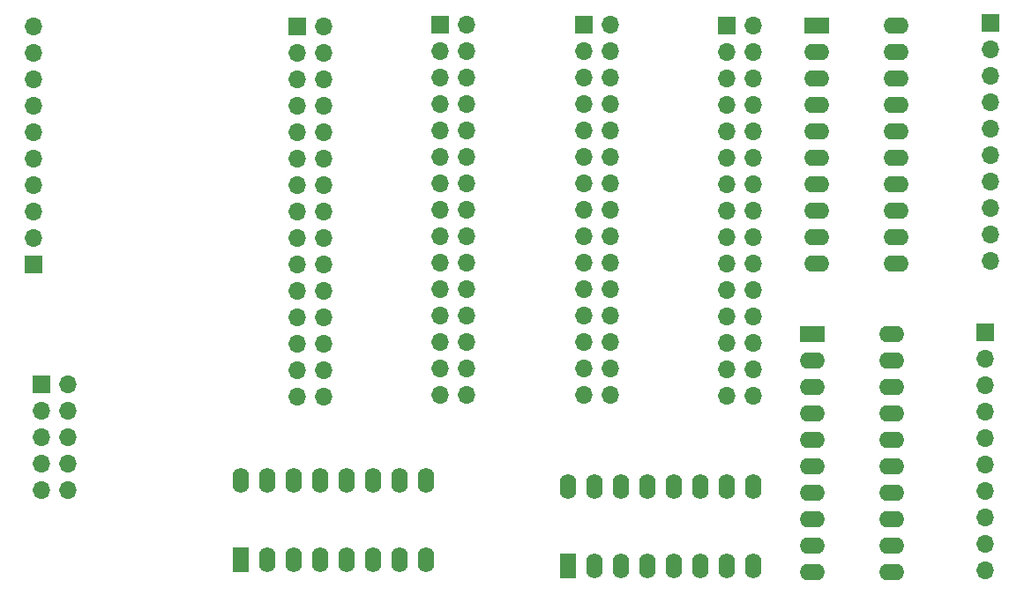
<source format=gbr>
%TF.GenerationSoftware,KiCad,Pcbnew,6.0.2+dfsg-1*%
%TF.CreationDate,2023-02-24T13:22:20-05:00*%
%TF.ProjectId,Registers,52656769-7374-4657-9273-2e6b69636164,rev?*%
%TF.SameCoordinates,Original*%
%TF.FileFunction,Soldermask,Top*%
%TF.FilePolarity,Negative*%
%FSLAX46Y46*%
G04 Gerber Fmt 4.6, Leading zero omitted, Abs format (unit mm)*
G04 Created by KiCad (PCBNEW 6.0.2+dfsg-1) date 2023-02-24 13:22:20*
%MOMM*%
%LPD*%
G01*
G04 APERTURE LIST*
%ADD10R,2.400000X1.600000*%
%ADD11O,2.400000X1.600000*%
%ADD12R,1.700000X1.700000*%
%ADD13O,1.700000X1.700000*%
%ADD14R,1.600000X2.400000*%
%ADD15O,1.600000X2.400000*%
G04 APERTURE END LIST*
D10*
%TO.C,U4*%
X94600000Y-51330000D03*
D11*
X94600000Y-53870000D03*
X94600000Y-56410000D03*
X94600000Y-58950000D03*
X94600000Y-61490000D03*
X94600000Y-64030000D03*
X94600000Y-66570000D03*
X94600000Y-69110000D03*
X94600000Y-71650000D03*
X94600000Y-74190000D03*
X102220000Y-74190000D03*
X102220000Y-71650000D03*
X102220000Y-69110000D03*
X102220000Y-66570000D03*
X102220000Y-64030000D03*
X102220000Y-61490000D03*
X102220000Y-58950000D03*
X102220000Y-56410000D03*
X102220000Y-53870000D03*
X102220000Y-51330000D03*
%TD*%
D10*
%TO.C,U3*%
X95010000Y-21655000D03*
D11*
X95010000Y-24195000D03*
X95010000Y-26735000D03*
X95010000Y-29275000D03*
X95010000Y-31815000D03*
X95010000Y-34355000D03*
X95010000Y-36895000D03*
X95010000Y-39435000D03*
X95010000Y-41975000D03*
X95010000Y-44515000D03*
X102630000Y-44515000D03*
X102630000Y-41975000D03*
X102630000Y-39435000D03*
X102630000Y-36895000D03*
X102630000Y-34355000D03*
X102630000Y-31815000D03*
X102630000Y-29275000D03*
X102630000Y-26735000D03*
X102630000Y-24195000D03*
X102630000Y-21655000D03*
%TD*%
D12*
%TO.C,J8*%
X111180000Y-51135000D03*
D13*
X111180000Y-53675000D03*
X111180000Y-56215000D03*
X111180000Y-58755000D03*
X111180000Y-61295000D03*
X111180000Y-63835000D03*
X111180000Y-66375000D03*
X111180000Y-68915000D03*
X111180000Y-71455000D03*
X111180000Y-73995000D03*
%TD*%
D12*
%TO.C,J7*%
X111710000Y-21385000D03*
D13*
X111710000Y-23925000D03*
X111710000Y-26465000D03*
X111710000Y-29005000D03*
X111710000Y-31545000D03*
X111710000Y-34085000D03*
X111710000Y-36625000D03*
X111710000Y-39165000D03*
X111710000Y-41705000D03*
X111710000Y-44245000D03*
%TD*%
D12*
%TO.C,J4*%
X72650000Y-21615000D03*
D13*
X75190000Y-21615000D03*
X72650000Y-24155000D03*
X75190000Y-24155000D03*
X72650000Y-26695000D03*
X75190000Y-26695000D03*
X72650000Y-29235000D03*
X75190000Y-29235000D03*
X72650000Y-31775000D03*
X75190000Y-31775000D03*
X72650000Y-34315000D03*
X75190000Y-34315000D03*
X72650000Y-36855000D03*
X75190000Y-36855000D03*
X72650000Y-39395000D03*
X75190000Y-39395000D03*
X72650000Y-41935000D03*
X75190000Y-41935000D03*
X72650000Y-44475000D03*
X75190000Y-44475000D03*
X72650000Y-47015000D03*
X75190000Y-47015000D03*
X72650000Y-49555000D03*
X75190000Y-49555000D03*
X72650000Y-52095000D03*
X75190000Y-52095000D03*
X72650000Y-54635000D03*
X75190000Y-54635000D03*
X72650000Y-57175000D03*
X75190000Y-57175000D03*
%TD*%
D14*
%TO.C,U1*%
X39710000Y-73000000D03*
D15*
X42250000Y-73000000D03*
X44790000Y-73000000D03*
X47330000Y-73000000D03*
X49870000Y-73000000D03*
X52410000Y-73000000D03*
X54950000Y-73000000D03*
X57490000Y-73000000D03*
X57490000Y-65380000D03*
X54950000Y-65380000D03*
X52410000Y-65380000D03*
X49870000Y-65380000D03*
X47330000Y-65380000D03*
X44790000Y-65380000D03*
X42250000Y-65380000D03*
X39710000Y-65380000D03*
%TD*%
D12*
%TO.C,J5*%
X58900000Y-21615000D03*
D13*
X61440000Y-21615000D03*
X58900000Y-24155000D03*
X61440000Y-24155000D03*
X58900000Y-26695000D03*
X61440000Y-26695000D03*
X58900000Y-29235000D03*
X61440000Y-29235000D03*
X58900000Y-31775000D03*
X61440000Y-31775000D03*
X58900000Y-34315000D03*
X61440000Y-34315000D03*
X58900000Y-36855000D03*
X61440000Y-36855000D03*
X58900000Y-39395000D03*
X61440000Y-39395000D03*
X58900000Y-41935000D03*
X61440000Y-41935000D03*
X58900000Y-44475000D03*
X61440000Y-44475000D03*
X58900000Y-47015000D03*
X61440000Y-47015000D03*
X58900000Y-49555000D03*
X61440000Y-49555000D03*
X58900000Y-52095000D03*
X61440000Y-52095000D03*
X58900000Y-54635000D03*
X61440000Y-54635000D03*
X58900000Y-57175000D03*
X61440000Y-57175000D03*
%TD*%
D12*
%TO.C,J6*%
X86400000Y-21650000D03*
D13*
X88940000Y-21650000D03*
X86400000Y-24190000D03*
X88940000Y-24190000D03*
X86400000Y-26730000D03*
X88940000Y-26730000D03*
X86400000Y-29270000D03*
X88940000Y-29270000D03*
X86400000Y-31810000D03*
X88940000Y-31810000D03*
X86400000Y-34350000D03*
X88940000Y-34350000D03*
X86400000Y-36890000D03*
X88940000Y-36890000D03*
X86400000Y-39430000D03*
X88940000Y-39430000D03*
X86400000Y-41970000D03*
X88940000Y-41970000D03*
X86400000Y-44510000D03*
X88940000Y-44510000D03*
X86400000Y-47050000D03*
X88940000Y-47050000D03*
X86400000Y-49590000D03*
X88940000Y-49590000D03*
X86400000Y-52130000D03*
X88940000Y-52130000D03*
X86400000Y-54670000D03*
X88940000Y-54670000D03*
X86400000Y-57210000D03*
X88940000Y-57210000D03*
%TD*%
D12*
%TO.C,J1*%
X20580000Y-56120000D03*
D13*
X23120000Y-56120000D03*
X20580000Y-58660000D03*
X23120000Y-58660000D03*
X20580000Y-61200000D03*
X23120000Y-61200000D03*
X20580000Y-63740000D03*
X23120000Y-63740000D03*
X20580000Y-66280000D03*
X23120000Y-66280000D03*
%TD*%
D14*
%TO.C,U2*%
X71130000Y-73580000D03*
D15*
X73670000Y-73580000D03*
X76210000Y-73580000D03*
X78750000Y-73580000D03*
X81290000Y-73580000D03*
X83830000Y-73580000D03*
X86370000Y-73580000D03*
X88910000Y-73580000D03*
X88910000Y-65960000D03*
X86370000Y-65960000D03*
X83830000Y-65960000D03*
X81290000Y-65960000D03*
X78750000Y-65960000D03*
X76210000Y-65960000D03*
X73670000Y-65960000D03*
X71130000Y-65960000D03*
%TD*%
D12*
%TO.C,J2*%
X19800000Y-44620000D03*
D13*
X19800000Y-42080000D03*
X19800000Y-39540000D03*
X19800000Y-37000000D03*
X19800000Y-34460000D03*
X19800000Y-31920000D03*
X19800000Y-29380000D03*
X19800000Y-26840000D03*
X19800000Y-24300000D03*
X19800000Y-21760000D03*
%TD*%
D12*
%TO.C,J3*%
X45150000Y-21745000D03*
D13*
X47690000Y-21745000D03*
X45150000Y-24285000D03*
X47690000Y-24285000D03*
X45150000Y-26825000D03*
X47690000Y-26825000D03*
X45150000Y-29365000D03*
X47690000Y-29365000D03*
X45150000Y-31905000D03*
X47690000Y-31905000D03*
X45150000Y-34445000D03*
X47690000Y-34445000D03*
X45150000Y-36985000D03*
X47690000Y-36985000D03*
X45150000Y-39525000D03*
X47690000Y-39525000D03*
X45150000Y-42065000D03*
X47690000Y-42065000D03*
X45150000Y-44605000D03*
X47690000Y-44605000D03*
X45150000Y-47145000D03*
X47690000Y-47145000D03*
X45150000Y-49685000D03*
X47690000Y-49685000D03*
X45150000Y-52225000D03*
X47690000Y-52225000D03*
X45150000Y-54765000D03*
X47690000Y-54765000D03*
X45150000Y-57305000D03*
X47690000Y-57305000D03*
%TD*%
M02*

</source>
